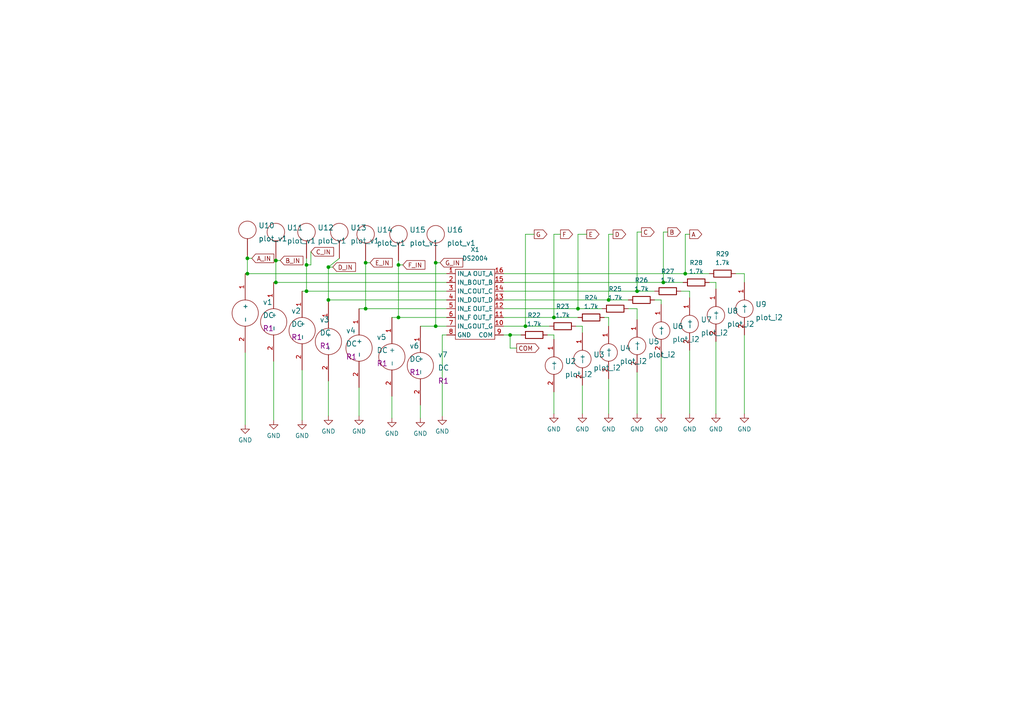
<source format=kicad_sch>
(kicad_sch (version 20211123) (generator eeschema)

  (uuid add8b1fd-83ae-4050-9993-d95f022cf2b2)

  (paper "A4")

  (lib_symbols
    (symbol "eSim_Devices:resistor" (pin_numbers hide) (pin_names (offset 0)) (in_bom yes) (on_board yes)
      (property "Reference" "R" (id 0) (at 1.27 3.302 0)
        (effects (font (size 1.27 1.27)))
      )
      (property "Value" "resistor" (id 1) (at 1.27 -1.27 0)
        (effects (font (size 1.27 1.27)))
      )
      (property "Footprint" "" (id 2) (at 1.27 -0.508 0)
        (effects (font (size 0.762 0.762)))
      )
      (property "Datasheet" "" (id 3) (at 1.27 1.27 90)
        (effects (font (size 0.762 0.762)))
      )
      (property "ki_fp_filters" "R_* Resistor_*" (id 4) (at 0 0 0)
        (effects (font (size 1.27 1.27)) hide)
      )
      (symbol "resistor_0_1"
        (rectangle (start 3.81 0.254) (end -1.27 2.286)
          (stroke (width 0.254) (type default) (color 0 0 0 0))
          (fill (type none))
        )
      )
      (symbol "resistor_1_1"
        (pin passive line (at -2.54 1.27 0) (length 1.27)
          (name "~" (effects (font (size 1.524 1.524))))
          (number "1" (effects (font (size 1.524 1.524))))
        )
        (pin passive line (at 5.08 1.27 180) (length 1.27)
          (name "~" (effects (font (size 1.524 1.524))))
          (number "2" (effects (font (size 1.524 1.524))))
        )
      )
    )
    (symbol "eSim_Plot:plot_i2" (pin_names (offset 1.016)) (in_bom yes) (on_board yes)
      (property "Reference" "U" (id 0) (at 0 10.16 0)
        (effects (font (size 1.524 1.524)))
      )
      (property "Value" "plot_i2" (id 1) (at 0 2.54 0)
        (effects (font (size 1.524 1.524)))
      )
      (property "Footprint" "" (id 2) (at 0 0 0)
        (effects (font (size 1.524 1.524)))
      )
      (property "Datasheet" "" (id 3) (at 0 0 0)
        (effects (font (size 1.524 1.524)))
      )
      (symbol "plot_i2_0_1"
        (circle (center 0 6.35) (radius 2.54)
          (stroke (width 0) (type default) (color 0 0 0 0))
          (fill (type none))
        )
      )
      (symbol "plot_i2_1_1"
        (pin input line (at -7.62 6.35 0) (length 5.08)
          (name "+" (effects (font (size 1.27 1.27))))
          (number "1" (effects (font (size 1.27 1.27))))
        )
        (pin input line (at 7.62 6.35 180) (length 5.08)
          (name "-" (effects (font (size 1.27 1.27))))
          (number "2" (effects (font (size 1.27 1.27))))
        )
      )
    )
    (symbol "eSim_Plot:plot_v1" (pin_names (offset 1.016)) (in_bom yes) (on_board yes)
      (property "Reference" "U" (id 0) (at 0 12.7 0)
        (effects (font (size 1.524 1.524)))
      )
      (property "Value" "plot_v1" (id 1) (at 5.08 8.89 0)
        (effects (font (size 1.524 1.524)))
      )
      (property "Footprint" "" (id 2) (at 0 0 0)
        (effects (font (size 1.524 1.524)))
      )
      (property "Datasheet" "" (id 3) (at 0 0 0)
        (effects (font (size 1.524 1.524)))
      )
      (symbol "plot_v1_0_1"
        (circle (center 0 12.7) (radius 2.54)
          (stroke (width 0) (type default) (color 0 0 0 0))
          (fill (type none))
        )
      )
      (symbol "plot_v1_1_1"
        (pin input line (at 0 5.08 90) (length 5.08)
          (name "~" (effects (font (size 1.27 1.27))))
          (number "~" (effects (font (size 1.27 1.27))))
        )
      )
    )
    (symbol "eSim_Power:eSim_GND" (power) (pin_names (offset 0)) (in_bom yes) (on_board yes)
      (property "Reference" "#PWR" (id 0) (at 0 -6.35 0)
        (effects (font (size 1.27 1.27)) hide)
      )
      (property "Value" "eSim_GND" (id 1) (at 0 -3.81 0)
        (effects (font (size 1.27 1.27)))
      )
      (property "Footprint" "" (id 2) (at 0 0 0)
        (effects (font (size 1.27 1.27)) hide)
      )
      (property "Datasheet" "" (id 3) (at 0 0 0)
        (effects (font (size 1.27 1.27)) hide)
      )
      (symbol "eSim_GND_0_1"
        (polyline
          (pts
            (xy 0 0)
            (xy 0 -1.27)
            (xy 1.27 -1.27)
            (xy 0 -2.54)
            (xy -1.27 -1.27)
            (xy 0 -1.27)
          )
          (stroke (width 0) (type default) (color 0 0 0 0))
          (fill (type none))
        )
      )
      (symbol "eSim_GND_1_1"
        (pin power_in line (at 0 0 270) (length 0) hide
          (name "GND" (effects (font (size 1.27 1.27))))
          (number "1" (effects (font (size 1.27 1.27))))
        )
      )
    )
    (symbol "eSim_Sources:DC" (pin_names (offset 1.016)) (in_bom yes) (on_board yes)
      (property "Reference" "v" (id 0) (at -5.08 2.54 0)
        (effects (font (size 1.524 1.524)))
      )
      (property "Value" "DC" (id 1) (at -5.08 -1.27 0)
        (effects (font (size 1.524 1.524)))
      )
      (property "Footprint" "R1" (id 2) (at -7.62 0 0)
        (effects (font (size 1.524 1.524)))
      )
      (property "Datasheet" "" (id 3) (at 0 0 0)
        (effects (font (size 1.524 1.524)))
      )
      (property "ki_fp_filters" "1_pin" (id 4) (at 0 0 0)
        (effects (font (size 1.27 1.27)) hide)
      )
      (symbol "DC_0_1"
        (circle (center 0 0) (radius 3.81)
          (stroke (width 0) (type default) (color 0 0 0 0))
          (fill (type none))
        )
      )
      (symbol "DC_1_1"
        (pin power_out line (at 0 11.43 270) (length 7.62)
          (name "+" (effects (font (size 1.27 1.27))))
          (number "1" (effects (font (size 1.27 1.27))))
        )
        (pin power_out line (at 0 -11.43 90) (length 7.62)
          (name "-" (effects (font (size 1.27 1.27))))
          (number "2" (effects (font (size 1.27 1.27))))
        )
      )
    )
    (symbol "eSim_Subckt:DS2004" (in_bom yes) (on_board yes)
      (property "Reference" "X" (id 0) (at 0 -11.43 0)
        (effects (font (size 1.27 1.27)))
      )
      (property "Value" "DS2004" (id 1) (at 0 10.16 0)
        (effects (font (size 1.27 1.27)))
      )
      (property "Footprint" "" (id 2) (at 0 0 0)
        (effects (font (size 1.27 1.27)) hide)
      )
      (property "Datasheet" "" (id 3) (at 0 0 0)
        (effects (font (size 1.27 1.27)) hide)
      )
      (symbol "DS2004_0_1"
        (rectangle (start -5.08 8.89) (end 6.35 -11.43)
          (stroke (width 0) (type default) (color 0 0 0 0))
          (fill (type none))
        )
      )
      (symbol "DS2004_1_1"
        (pin input line (at -7.62 7.62 0) (length 2.54)
          (name "IN_A" (effects (font (size 1.27 1.27))))
          (number "1" (effects (font (size 1.27 1.27))))
        )
        (pin output line (at 8.89 -7.62 180) (length 2.54)
          (name "OUT_G" (effects (font (size 1.27 1.27))))
          (number "10" (effects (font (size 1.27 1.27))))
        )
        (pin output line (at 8.89 -5.08 180) (length 2.54)
          (name "OUT_F" (effects (font (size 1.27 1.27))))
          (number "11" (effects (font (size 1.27 1.27))))
        )
        (pin output line (at 8.89 -2.54 180) (length 2.54)
          (name "OUT_E" (effects (font (size 1.27 1.27))))
          (number "12" (effects (font (size 1.27 1.27))))
        )
        (pin output line (at 8.89 0 180) (length 2.54)
          (name "OUT_D" (effects (font (size 1.27 1.27))))
          (number "13" (effects (font (size 1.27 1.27))))
        )
        (pin output line (at 8.89 2.54 180) (length 2.54)
          (name "OUT_C" (effects (font (size 1.27 1.27))))
          (number "14" (effects (font (size 1.27 1.27))))
        )
        (pin output line (at 8.89 5.08 180) (length 2.54)
          (name "OUT_B" (effects (font (size 1.27 1.27))))
          (number "15" (effects (font (size 1.27 1.27))))
        )
        (pin output line (at 8.89 7.62 180) (length 2.54)
          (name "OUT_A" (effects (font (size 1.27 1.27))))
          (number "16" (effects (font (size 1.27 1.27))))
        )
        (pin input line (at -7.62 5.08 0) (length 2.54)
          (name "IN_B" (effects (font (size 1.27 1.27))))
          (number "2" (effects (font (size 1.27 1.27))))
        )
        (pin input line (at -7.62 2.54 0) (length 2.54)
          (name "IN_C" (effects (font (size 1.27 1.27))))
          (number "3" (effects (font (size 1.27 1.27))))
        )
        (pin input line (at -7.62 0 0) (length 2.54)
          (name "IN_D" (effects (font (size 1.27 1.27))))
          (number "4" (effects (font (size 1.27 1.27))))
        )
        (pin input line (at -7.62 -2.54 0) (length 2.54)
          (name "IN_E" (effects (font (size 1.27 1.27))))
          (number "5" (effects (font (size 1.27 1.27))))
        )
        (pin input line (at -7.62 -5.08 0) (length 2.54)
          (name "IN_F" (effects (font (size 1.27 1.27))))
          (number "6" (effects (font (size 1.27 1.27))))
        )
        (pin input line (at -7.62 -7.62 0) (length 2.54)
          (name "IN_G" (effects (font (size 1.27 1.27))))
          (number "7" (effects (font (size 1.27 1.27))))
        )
        (pin input line (at -7.62 -10.16 0) (length 2.54)
          (name "GND" (effects (font (size 1.27 1.27))))
          (number "8" (effects (font (size 1.27 1.27))))
        )
        (pin output line (at 8.89 -10.16 180) (length 2.54)
          (name "COM" (effects (font (size 1.27 1.27))))
          (number "9" (effects (font (size 1.27 1.27))))
        )
      )
    )
  )


  (junction (at 106.045 76.2) (diameter 0) (color 0 0 0 0)
    (uuid 0661ad48-8792-4e61-9f50-02216960766b)
  )
  (junction (at 80.01 75.565) (diameter 0) (color 0 0 0 0)
    (uuid 0c651f2a-8613-4d0e-a960-12da7ce1675a)
  )
  (junction (at 88.9 84.455) (diameter 0) (color 0 0 0 0)
    (uuid 165d4e08-aa37-4b76-b55e-9b431c216fb3)
  )
  (junction (at 160.655 92.075) (diameter 0) (color 0 0 0 0)
    (uuid 2475427a-b5b5-4c0f-bc7f-6d3fdd507fbd)
  )
  (junction (at 95.25 86.995) (diameter 0) (color 0 0 0 0)
    (uuid 3270d739-ce2b-4cc2-b118-7a848258cf01)
  )
  (junction (at 115.57 92.075) (diameter 0) (color 0 0 0 0)
    (uuid 33ae3e11-873a-4166-97e7-199570202ec4)
  )
  (junction (at 106.045 89.535) (diameter 0) (color 0 0 0 0)
    (uuid 363e1836-3b1c-4964-9b30-8777766119db)
  )
  (junction (at 126.365 76.2) (diameter 0) (color 0 0 0 0)
    (uuid 552fb4b3-d2cb-4360-aba4-7fda07d5fa19)
  )
  (junction (at 80.01 81.915) (diameter 0) (color 0 0 0 0)
    (uuid 558bb6fe-07ec-4378-b9e9-ab6d891c86be)
  )
  (junction (at 147.955 97.155) (diameter 0) (color 0 0 0 0)
    (uuid 656e4a88-bf4b-44b3-9866-faa89adb9230)
  )
  (junction (at 71.755 79.375) (diameter 0) (color 0 0 0 0)
    (uuid 71860fcf-c1bb-4388-9114-a4f264c19337)
  )
  (junction (at 176.53 86.995) (diameter 0) (color 0 0 0 0)
    (uuid 75c9dd1c-9d5e-4082-8abf-e048917613a1)
  )
  (junction (at 95.25 77.47) (diameter 0) (color 0 0 0 0)
    (uuid 7707bf29-2000-4786-9c53-e2ee2446bd6a)
  )
  (junction (at 115.57 76.835) (diameter 0) (color 0 0 0 0)
    (uuid 7fd5f2d3-b41d-408f-853a-fbde81d98302)
  )
  (junction (at 126.365 94.615) (diameter 0) (color 0 0 0 0)
    (uuid 8b48f18a-bf54-4658-a3af-5379b3019704)
  )
  (junction (at 152.4 94.615) (diameter 0) (color 0 0 0 0)
    (uuid 8c494441-5c0d-4da6-8ab6-7f56972d8ed9)
  )
  (junction (at 88.9 76.835) (diameter 0) (color 0 0 0 0)
    (uuid a7d6631c-fae7-4422-9929-124bb753c7e5)
  )
  (junction (at 184.785 84.455) (diameter 0) (color 0 0 0 0)
    (uuid b312b751-801b-456c-949d-1a0de7dbdfad)
  )
  (junction (at 167.64 89.535) (diameter 0) (color 0 0 0 0)
    (uuid bbd96ee0-7a5f-4887-b0f4-4c96d8214e3f)
  )
  (junction (at 71.755 74.93) (diameter 0) (color 0 0 0 0)
    (uuid beb756f0-7bfd-4abd-bef2-5dd493bd2d03)
  )
  (junction (at 192.405 81.915) (diameter 0) (color 0 0 0 0)
    (uuid cd6cb254-d86b-42cf-8bfc-70d1473058f6)
  )
  (junction (at 198.755 79.375) (diameter 0) (color 0 0 0 0)
    (uuid f726973f-bcf9-4a5b-b286-a17b7d318f2e)
  )

  (wire (pts (xy 162.56 67.945) (xy 160.655 67.945))
    (stroke (width 0) (type default) (color 0 0 0 0))
    (uuid 02af74e9-404c-46cc-9fef-8fb787b83910)
  )
  (wire (pts (xy 184.785 89.535) (xy 184.785 92.71))
    (stroke (width 0) (type default) (color 0 0 0 0))
    (uuid 03656861-644f-46da-acb4-d1da9ca3e1d2)
  )
  (wire (pts (xy 167.64 89.535) (xy 174.625 89.535))
    (stroke (width 0) (type default) (color 0 0 0 0))
    (uuid 05793f8b-28ae-4a2a-8f54-a11fc07c73c2)
  )
  (wire (pts (xy 115.57 76.835) (xy 115.57 92.075))
    (stroke (width 0) (type default) (color 0 0 0 0))
    (uuid 09f53ec7-f908-4ffd-a171-db8d035ad4a7)
  )
  (wire (pts (xy 152.4 94.615) (xy 159.385 94.615))
    (stroke (width 0) (type default) (color 0 0 0 0))
    (uuid 0c2c179e-b76c-44c3-bc6a-6ad2c3f26b6f)
  )
  (wire (pts (xy 176.53 67.945) (xy 176.53 86.995))
    (stroke (width 0) (type default) (color 0 0 0 0))
    (uuid 0e2c1048-951c-4179-b7ac-35273f652113)
  )
  (wire (pts (xy 191.77 103.505) (xy 191.77 120.015))
    (stroke (width 0) (type default) (color 0 0 0 0))
    (uuid 15583729-2988-4859-a96e-b37a855d4ad7)
  )
  (wire (pts (xy 95.25 110.49) (xy 95.25 120.65))
    (stroke (width 0) (type default) (color 0 0 0 0))
    (uuid 166cec8c-8db9-48e9-9bda-98f9e4d18f17)
  )
  (wire (pts (xy 182.245 89.535) (xy 184.785 89.535))
    (stroke (width 0) (type default) (color 0 0 0 0))
    (uuid 171cbf13-afb0-4f68-b3c3-137c81d276d9)
  )
  (wire (pts (xy 106.045 75.565) (xy 106.045 76.2))
    (stroke (width 0) (type default) (color 0 0 0 0))
    (uuid 19793ea5-fc23-41a9-910e-6479b279c6cc)
  )
  (wire (pts (xy 146.05 92.075) (xy 160.655 92.075))
    (stroke (width 0) (type default) (color 0 0 0 0))
    (uuid 1c0219a7-ed3e-4e5b-880d-8498746a9acd)
  )
  (wire (pts (xy 176.53 92.075) (xy 176.53 94.615))
    (stroke (width 0) (type default) (color 0 0 0 0))
    (uuid 23ddfd35-f2e3-4e52-98a8-6870be69b933)
  )
  (wire (pts (xy 198.755 67.945) (xy 198.755 79.375))
    (stroke (width 0) (type default) (color 0 0 0 0))
    (uuid 241b8316-4366-41d4-814c-98f6c20ba4f8)
  )
  (wire (pts (xy 80.01 75.565) (xy 81.28 75.565))
    (stroke (width 0) (type default) (color 0 0 0 0))
    (uuid 26becd90-3dbb-48a3-ad36-a95a2074ea73)
  )
  (wire (pts (xy 197.485 84.455) (xy 200.025 84.455))
    (stroke (width 0) (type default) (color 0 0 0 0))
    (uuid 276cca3a-3e3f-4969-a481-2f6b62a44040)
  )
  (wire (pts (xy 207.645 81.915) (xy 207.645 83.82))
    (stroke (width 0) (type default) (color 0 0 0 0))
    (uuid 27815b0e-383a-4dd9-a837-f8e5200898c7)
  )
  (wire (pts (xy 149.86 100.965) (xy 147.955 100.965))
    (stroke (width 0) (type default) (color 0 0 0 0))
    (uuid 2c391a85-9fdc-4bca-bc47-555e97be4b36)
  )
  (wire (pts (xy 184.785 67.31) (xy 184.785 84.455))
    (stroke (width 0) (type default) (color 0 0 0 0))
    (uuid 2dd33395-8b36-43b6-bc9f-3783eb69646c)
  )
  (wire (pts (xy 104.14 89.535) (xy 106.045 89.535))
    (stroke (width 0) (type default) (color 0 0 0 0))
    (uuid 2e00a84f-ec1e-4b94-921d-ced2f4ffc7c5)
  )
  (wire (pts (xy 79.375 81.915) (xy 80.01 81.915))
    (stroke (width 0) (type default) (color 0 0 0 0))
    (uuid 397479b1-fae2-4d63-aaee-42f57524126b)
  )
  (wire (pts (xy 106.045 76.2) (xy 107.315 76.2))
    (stroke (width 0) (type default) (color 0 0 0 0))
    (uuid 3a8c19e6-cae3-48d3-bbf3-1fd1aefea5c2)
  )
  (wire (pts (xy 95.25 77.47) (xy 95.25 86.995))
    (stroke (width 0) (type default) (color 0 0 0 0))
    (uuid 3ccc9f20-7132-4d95-a61e-505cc6a7169d)
  )
  (wire (pts (xy 146.05 89.535) (xy 167.64 89.535))
    (stroke (width 0) (type default) (color 0 0 0 0))
    (uuid 403a68cc-622c-4f92-89e9-575b47cd3114)
  )
  (wire (pts (xy 95.25 77.47) (xy 96.52 77.47))
    (stroke (width 0) (type default) (color 0 0 0 0))
    (uuid 406494ef-c112-4b4e-b75a-09956b603e2b)
  )
  (wire (pts (xy 168.91 111.76) (xy 168.91 120.015))
    (stroke (width 0) (type default) (color 0 0 0 0))
    (uuid 41694437-ac92-4128-ab6e-14856662fd71)
  )
  (wire (pts (xy 207.645 99.06) (xy 207.645 120.015))
    (stroke (width 0) (type default) (color 0 0 0 0))
    (uuid 416b7077-5657-436e-99e8-3b5c571da38a)
  )
  (wire (pts (xy 184.785 84.455) (xy 189.865 84.455))
    (stroke (width 0) (type default) (color 0 0 0 0))
    (uuid 41bfd917-a8c4-40ce-8b1d-9a6e3b4a67c5)
  )
  (wire (pts (xy 113.665 92.075) (xy 115.57 92.075))
    (stroke (width 0) (type default) (color 0 0 0 0))
    (uuid 41e4458c-6a71-401f-a6f3-e72ccc2917ec)
  )
  (wire (pts (xy 79.375 104.775) (xy 79.375 121.92))
    (stroke (width 0) (type default) (color 0 0 0 0))
    (uuid 42d3f4b6-27ca-4b12-a9eb-9a3ddb28a3de)
  )
  (wire (pts (xy 95.25 87.63) (xy 95.25 86.995))
    (stroke (width 0) (type default) (color 0 0 0 0))
    (uuid 46f780a7-b4d5-4ac4-b45d-6ec0d4a27672)
  )
  (wire (pts (xy 160.655 67.945) (xy 160.655 92.075))
    (stroke (width 0) (type default) (color 0 0 0 0))
    (uuid 47d22f49-4f01-4397-a67b-329d59f1244d)
  )
  (wire (pts (xy 158.75 97.155) (xy 160.655 97.155))
    (stroke (width 0) (type default) (color 0 0 0 0))
    (uuid 4b5f318f-eaeb-492a-b8ee-3dee718e08f1)
  )
  (wire (pts (xy 176.53 109.855) (xy 176.53 120.015))
    (stroke (width 0) (type default) (color 0 0 0 0))
    (uuid 4daeb0ae-967a-40ed-aa00-3e0d68fae3ce)
  )
  (wire (pts (xy 71.12 79.375) (xy 71.755 79.375))
    (stroke (width 0) (type default) (color 0 0 0 0))
    (uuid 5291ffc9-56f4-41c9-9692-7269cc199aed)
  )
  (wire (pts (xy 191.77 86.995) (xy 191.77 88.265))
    (stroke (width 0) (type default) (color 0 0 0 0))
    (uuid 52e49bb2-8bad-43bf-8c2a-beb84eac8fac)
  )
  (wire (pts (xy 115.57 75.565) (xy 115.57 76.835))
    (stroke (width 0) (type default) (color 0 0 0 0))
    (uuid 5a934f8c-accc-47a5-8490-a0cbfa638e92)
  )
  (wire (pts (xy 113.665 114.935) (xy 113.665 121.285))
    (stroke (width 0) (type default) (color 0 0 0 0))
    (uuid 62a266da-5765-4791-8b62-e68f1f826655)
  )
  (wire (pts (xy 152.4 67.945) (xy 152.4 94.615))
    (stroke (width 0) (type default) (color 0 0 0 0))
    (uuid 64ad494f-c272-4909-a778-67a187c9160f)
  )
  (wire (pts (xy 200.025 101.6) (xy 200.025 120.015))
    (stroke (width 0) (type default) (color 0 0 0 0))
    (uuid 6a3de4f7-39f0-4d5a-b3bf-0f974a636eaf)
  )
  (wire (pts (xy 175.26 92.075) (xy 176.53 92.075))
    (stroke (width 0) (type default) (color 0 0 0 0))
    (uuid 6d1c3353-96ad-42d0-beb7-64aa0726cdb0)
  )
  (wire (pts (xy 87.63 107.315) (xy 87.63 121.92))
    (stroke (width 0) (type default) (color 0 0 0 0))
    (uuid 6da8e21e-3e6f-441b-927b-57f92dd98330)
  )
  (wire (pts (xy 192.405 67.31) (xy 192.405 81.915))
    (stroke (width 0) (type default) (color 0 0 0 0))
    (uuid 6db47e83-02ad-452c-9ef0-5b26fbe5d6f0)
  )
  (wire (pts (xy 215.9 97.155) (xy 215.9 120.015))
    (stroke (width 0) (type default) (color 0 0 0 0))
    (uuid 6dc1a604-edef-4119-b673-e2cbf71aed8b)
  )
  (wire (pts (xy 128.27 97.155) (xy 129.54 97.155))
    (stroke (width 0) (type default) (color 0 0 0 0))
    (uuid 70b1c167-e4d1-4569-a707-3d42cc2a343a)
  )
  (wire (pts (xy 71.755 74.93) (xy 73.025 74.93))
    (stroke (width 0) (type default) (color 0 0 0 0))
    (uuid 7323c532-5d19-4b7e-848b-15e45881b1f6)
  )
  (wire (pts (xy 146.05 94.615) (xy 152.4 94.615))
    (stroke (width 0) (type default) (color 0 0 0 0))
    (uuid 73f7a054-49f5-4f55-a463-933d757c8404)
  )
  (wire (pts (xy 160.655 92.075) (xy 167.64 92.075))
    (stroke (width 0) (type default) (color 0 0 0 0))
    (uuid 77f5e76c-a0d2-444c-aed3-c8f46e193cf9)
  )
  (wire (pts (xy 88.9 84.455) (xy 129.54 84.455))
    (stroke (width 0) (type default) (color 0 0 0 0))
    (uuid 790d8149-02cf-4f9b-8e30-8080689671d2)
  )
  (wire (pts (xy 80.01 75.565) (xy 80.01 81.915))
    (stroke (width 0) (type default) (color 0 0 0 0))
    (uuid 825929a3-70bc-47e6-bb5f-9cc5f8255829)
  )
  (wire (pts (xy 146.05 86.995) (xy 176.53 86.995))
    (stroke (width 0) (type default) (color 0 0 0 0))
    (uuid 86ddc961-b8fe-4bc7-bbc0-0d63db0a7378)
  )
  (wire (pts (xy 115.57 76.835) (xy 116.84 76.835))
    (stroke (width 0) (type default) (color 0 0 0 0))
    (uuid 8824983d-a824-43b8-a821-a2fc3ba2d6cc)
  )
  (wire (pts (xy 154.94 67.945) (xy 152.4 67.945))
    (stroke (width 0) (type default) (color 0 0 0 0))
    (uuid 8a71dde8-ceda-42c1-95b8-71cdbb8538d5)
  )
  (wire (pts (xy 90.17 73.025) (xy 90.17 76.835))
    (stroke (width 0) (type default) (color 0 0 0 0))
    (uuid 8a9489c6-04d9-40df-8554-3419351490bf)
  )
  (wire (pts (xy 170.18 67.945) (xy 167.64 67.945))
    (stroke (width 0) (type default) (color 0 0 0 0))
    (uuid 917e0258-b33c-4c17-b81e-2856881dc1e3)
  )
  (wire (pts (xy 121.92 94.615) (xy 126.365 94.615))
    (stroke (width 0) (type default) (color 0 0 0 0))
    (uuid 930603ac-0531-4feb-b55b-5d67206693e0)
  )
  (wire (pts (xy 200.025 84.455) (xy 200.025 86.36))
    (stroke (width 0) (type default) (color 0 0 0 0))
    (uuid a29bd6ce-3d18-4751-b267-ffb630db1079)
  )
  (wire (pts (xy 95.25 86.995) (xy 129.54 86.995))
    (stroke (width 0) (type default) (color 0 0 0 0))
    (uuid a2bac760-d022-43d6-aea1-5b9a03a245ad)
  )
  (wire (pts (xy 160.655 97.155) (xy 160.655 98.425))
    (stroke (width 0) (type default) (color 0 0 0 0))
    (uuid a2d9bb09-afba-48ba-b314-16156a9a79a5)
  )
  (wire (pts (xy 88.9 76.835) (xy 88.9 84.455))
    (stroke (width 0) (type default) (color 0 0 0 0))
    (uuid a3958b14-66cb-4f5e-943e-80f5459cff69)
  )
  (wire (pts (xy 167.005 94.615) (xy 168.91 94.615))
    (stroke (width 0) (type default) (color 0 0 0 0))
    (uuid a511ef11-0353-428e-b296-a60ab8d3527a)
  )
  (wire (pts (xy 126.365 75.565) (xy 126.365 76.2))
    (stroke (width 0) (type default) (color 0 0 0 0))
    (uuid a61c92f9-0757-4509-8bc5-03d493095776)
  )
  (wire (pts (xy 104.14 112.395) (xy 104.14 120.65))
    (stroke (width 0) (type default) (color 0 0 0 0))
    (uuid a81dfcaf-70bf-40c2-bff7-9460b97741df)
  )
  (wire (pts (xy 205.74 81.915) (xy 207.645 81.915))
    (stroke (width 0) (type default) (color 0 0 0 0))
    (uuid a9cd09af-492d-4b7a-99f0-3ec905886d4d)
  )
  (wire (pts (xy 71.755 74.93) (xy 71.755 79.375))
    (stroke (width 0) (type default) (color 0 0 0 0))
    (uuid af2930b4-4b18-424b-9085-05566c79c854)
  )
  (wire (pts (xy 71.12 102.235) (xy 71.12 123.19))
    (stroke (width 0) (type default) (color 0 0 0 0))
    (uuid af5e80c7-a0df-44ac-84a5-7e1539da7705)
  )
  (wire (pts (xy 71.755 74.295) (xy 71.755 74.93))
    (stroke (width 0) (type default) (color 0 0 0 0))
    (uuid b139ebc6-2baf-4c0d-90c0-fad79190d8f8)
  )
  (wire (pts (xy 80.01 81.915) (xy 129.54 81.915))
    (stroke (width 0) (type default) (color 0 0 0 0))
    (uuid b2b0d8db-d289-4727-bbec-7dbf954be53e)
  )
  (wire (pts (xy 88.9 76.835) (xy 90.17 76.835))
    (stroke (width 0) (type default) (color 0 0 0 0))
    (uuid b3faea3b-ec1e-4176-a8a6-ea4f3d34f98a)
  )
  (wire (pts (xy 160.655 113.665) (xy 160.655 120.015))
    (stroke (width 0) (type default) (color 0 0 0 0))
    (uuid b421442d-1c52-4cb0-920d-01891eaf7012)
  )
  (wire (pts (xy 146.05 84.455) (xy 184.785 84.455))
    (stroke (width 0) (type default) (color 0 0 0 0))
    (uuid b4c1a712-3d6b-447f-a61f-378d74384493)
  )
  (wire (pts (xy 177.8 67.945) (xy 176.53 67.945))
    (stroke (width 0) (type default) (color 0 0 0 0))
    (uuid bc9424f8-1c5c-4685-bc31-cdad1c75b63e)
  )
  (wire (pts (xy 215.9 79.375) (xy 215.9 81.915))
    (stroke (width 0) (type default) (color 0 0 0 0))
    (uuid c03d290f-a6c7-4855-8e6b-7b4197777747)
  )
  (wire (pts (xy 186.055 67.31) (xy 184.785 67.31))
    (stroke (width 0) (type default) (color 0 0 0 0))
    (uuid c072053e-92f2-4534-b721-deed132f4bb7)
  )
  (wire (pts (xy 147.955 97.155) (xy 151.13 97.155))
    (stroke (width 0) (type default) (color 0 0 0 0))
    (uuid c2701794-edf5-4cec-b1d5-1489d00f8c56)
  )
  (wire (pts (xy 106.045 89.535) (xy 129.54 89.535))
    (stroke (width 0) (type default) (color 0 0 0 0))
    (uuid c62bad5f-e900-447e-949f-218f3fb7480e)
  )
  (wire (pts (xy 71.755 79.375) (xy 129.54 79.375))
    (stroke (width 0) (type default) (color 0 0 0 0))
    (uuid c708c2f5-65b6-4a22-81b7-2d2e82283e7e)
  )
  (wire (pts (xy 193.675 67.31) (xy 192.405 67.31))
    (stroke (width 0) (type default) (color 0 0 0 0))
    (uuid c7daaa2f-8cf9-442a-9127-6cea262bc0f7)
  )
  (wire (pts (xy 87.63 84.455) (xy 88.9 84.455))
    (stroke (width 0) (type default) (color 0 0 0 0))
    (uuid c9ec3797-525d-444a-8914-a4883a2695ac)
  )
  (wire (pts (xy 98.425 74.93) (xy 95.25 77.47))
    (stroke (width 0) (type default) (color 0 0 0 0))
    (uuid c9ed1a4e-2c62-418a-bba8-954774bc7b0a)
  )
  (wire (pts (xy 192.405 81.915) (xy 198.12 81.915))
    (stroke (width 0) (type default) (color 0 0 0 0))
    (uuid cb4f16bf-7017-43ce-a55a-713d82f45c4d)
  )
  (wire (pts (xy 126.365 76.2) (xy 126.365 94.615))
    (stroke (width 0) (type default) (color 0 0 0 0))
    (uuid d015ec6d-218a-4197-b403-0d238ffd3c93)
  )
  (wire (pts (xy 88.9 74.93) (xy 88.9 76.835))
    (stroke (width 0) (type default) (color 0 0 0 0))
    (uuid d17e1742-da5f-4353-9474-c9dd557eff18)
  )
  (wire (pts (xy 167.64 67.945) (xy 167.64 89.535))
    (stroke (width 0) (type default) (color 0 0 0 0))
    (uuid d272c78f-9649-4bf1-8c63-d62cf3fba680)
  )
  (wire (pts (xy 128.27 120.65) (xy 128.27 97.155))
    (stroke (width 0) (type default) (color 0 0 0 0))
    (uuid d7274f4b-30a3-41ac-8ac5-b683a7403ce1)
  )
  (wire (pts (xy 198.755 79.375) (xy 205.74 79.375))
    (stroke (width 0) (type default) (color 0 0 0 0))
    (uuid d8e6b9a5-0949-4c43-bc21-fc8b981b6c5d)
  )
  (wire (pts (xy 146.05 81.915) (xy 192.405 81.915))
    (stroke (width 0) (type default) (color 0 0 0 0))
    (uuid d938d2d8-97cd-4e18-83e1-e847f27dcb04)
  )
  (wire (pts (xy 146.05 97.155) (xy 147.955 97.155))
    (stroke (width 0) (type default) (color 0 0 0 0))
    (uuid d96811a6-8fd3-4a54-99de-7af0e4e03f7f)
  )
  (wire (pts (xy 126.365 94.615) (xy 129.54 94.615))
    (stroke (width 0) (type default) (color 0 0 0 0))
    (uuid dae69c5e-534f-41bb-aa72-652c9753df16)
  )
  (wire (pts (xy 184.785 107.95) (xy 184.785 120.015))
    (stroke (width 0) (type default) (color 0 0 0 0))
    (uuid db8bf031-81c2-4e9a-a2d2-a52b2769b5b4)
  )
  (wire (pts (xy 200.025 67.945) (xy 198.755 67.945))
    (stroke (width 0) (type default) (color 0 0 0 0))
    (uuid dc78beab-55f5-44b7-878b-d350f043d516)
  )
  (wire (pts (xy 176.53 86.995) (xy 182.245 86.995))
    (stroke (width 0) (type default) (color 0 0 0 0))
    (uuid de5eed12-3c10-4d49-8079-04d8195f62a6)
  )
  (wire (pts (xy 189.865 86.995) (xy 191.77 86.995))
    (stroke (width 0) (type default) (color 0 0 0 0))
    (uuid e09152cb-b11c-423e-a8c7-eac16122858a)
  )
  (wire (pts (xy 147.955 100.965) (xy 147.955 97.155))
    (stroke (width 0) (type default) (color 0 0 0 0))
    (uuid e1de1b47-aa31-49fd-a134-b34016d92298)
  )
  (wire (pts (xy 213.36 79.375) (xy 215.9 79.375))
    (stroke (width 0) (type default) (color 0 0 0 0))
    (uuid e6f29a87-6d62-43ab-a1e4-2421818b11f6)
  )
  (wire (pts (xy 126.365 76.2) (xy 127.635 76.2))
    (stroke (width 0) (type default) (color 0 0 0 0))
    (uuid e7e98dec-b2d7-4925-ba17-cfd6eba884cd)
  )
  (wire (pts (xy 115.57 92.075) (xy 129.54 92.075))
    (stroke (width 0) (type default) (color 0 0 0 0))
    (uuid ea42d2d1-03e9-4f04-be98-859c674f6cb3)
  )
  (wire (pts (xy 121.92 117.475) (xy 121.92 121.285))
    (stroke (width 0) (type default) (color 0 0 0 0))
    (uuid ed68c8b5-5f3a-4128-8644-70aecaef41bc)
  )
  (wire (pts (xy 168.91 94.615) (xy 168.91 96.52))
    (stroke (width 0) (type default) (color 0 0 0 0))
    (uuid f3479b06-6b50-4bb8-a820-6cbd2e185f02)
  )
  (wire (pts (xy 106.045 76.2) (xy 106.045 89.535))
    (stroke (width 0) (type default) (color 0 0 0 0))
    (uuid f3845042-d14c-48f3-89e5-62bf7181728c)
  )
  (wire (pts (xy 80.01 74.93) (xy 80.01 75.565))
    (stroke (width 0) (type default) (color 0 0 0 0))
    (uuid f8b34cbc-08ba-472b-b0d1-58ac4185fb8f)
  )
  (wire (pts (xy 146.05 79.375) (xy 198.755 79.375))
    (stroke (width 0) (type default) (color 0 0 0 0))
    (uuid fd83737e-deff-4b28-9777-b44b92c8c69c)
  )

  (global_label "B_IN" (shape input) (at 81.28 75.565 0) (fields_autoplaced)
    (effects (font (size 1.27 1.27)) (justify left))
    (uuid 00e754c6-cf6a-4b94-90b1-0a06b9d953b0)
    (property "Intersheet References" "${INTERSHEET_REFS}" (id 0) (at 87.866 75.4856 0)
      (effects (font (size 1.27 1.27)) (justify left) hide)
    )
  )
  (global_label "B" (shape output) (at 193.675 67.31 0) (fields_autoplaced)
    (effects (font (size 1.27 1.27)) (justify left))
    (uuid 09f22d06-e001-4519-a631-7e1cd2dd9938)
    (property "Intersheet References" "${INTERSHEET_REFS}" (id 0) (at 197.3581 67.2306 0)
      (effects (font (size 1.27 1.27)) (justify left) hide)
    )
  )
  (global_label "A_IN" (shape input) (at 73.025 74.93 0) (fields_autoplaced)
    (effects (font (size 1.27 1.27)) (justify left))
    (uuid 2f5119b7-e8b0-4ec9-a5a0-5f809f9f4d7f)
    (property "Intersheet References" "${INTERSHEET_REFS}" (id 0) (at 79.4295 74.8506 0)
      (effects (font (size 1.27 1.27)) (justify left) hide)
    )
  )
  (global_label "C" (shape output) (at 186.055 67.31 0) (fields_autoplaced)
    (effects (font (size 1.27 1.27)) (justify left))
    (uuid 3d37a165-78f2-40e2-8bec-6b0215ba70f9)
    (property "Intersheet References" "${INTERSHEET_REFS}" (id 0) (at 189.7381 67.2306 0)
      (effects (font (size 1.27 1.27)) (justify left) hide)
    )
  )
  (global_label "F_IN" (shape input) (at 116.84 76.835 0) (fields_autoplaced)
    (effects (font (size 1.27 1.27)) (justify left))
    (uuid 4aaf71e7-6715-44da-a765-b86d025953be)
    (property "Intersheet References" "${INTERSHEET_REFS}" (id 0) (at 123.2445 76.7556 0)
      (effects (font (size 1.27 1.27)) (justify left) hide)
    )
  )
  (global_label "A" (shape output) (at 200.025 67.945 0) (fields_autoplaced)
    (effects (font (size 1.27 1.27)) (justify left))
    (uuid 695a960f-f052-4dc8-be5f-e2270f173c3d)
    (property "Intersheet References" "${INTERSHEET_REFS}" (id 0) (at 203.5267 67.8656 0)
      (effects (font (size 1.27 1.27)) (justify left) hide)
    )
  )
  (global_label "G" (shape output) (at 154.94 67.945 0) (fields_autoplaced)
    (effects (font (size 1.27 1.27)) (justify left))
    (uuid 6b6ff5e4-f8af-47fd-b006-37ad81b3207d)
    (property "Intersheet References" "${INTERSHEET_REFS}" (id 0) (at 158.6231 67.8656 0)
      (effects (font (size 1.27 1.27)) (justify left) hide)
    )
  )
  (global_label "F" (shape output) (at 162.56 67.945 0) (fields_autoplaced)
    (effects (font (size 1.27 1.27)) (justify left))
    (uuid 6b90020c-6393-4c82-8dbb-481427b47f33)
    (property "Intersheet References" "${INTERSHEET_REFS}" (id 0) (at 166.0617 67.8656 0)
      (effects (font (size 1.27 1.27)) (justify left) hide)
    )
  )
  (global_label "E" (shape output) (at 170.18 67.945 0) (fields_autoplaced)
    (effects (font (size 1.27 1.27)) (justify left))
    (uuid 7126b1ce-4675-43b8-a810-d36b8d37d477)
    (property "Intersheet References" "${INTERSHEET_REFS}" (id 0) (at 173.7421 67.8656 0)
      (effects (font (size 1.27 1.27)) (justify left) hide)
    )
  )
  (global_label "C_IN" (shape input) (at 90.17 73.025 0) (fields_autoplaced)
    (effects (font (size 1.27 1.27)) (justify left))
    (uuid 8c1b6239-f6fd-4066-893f-34ed946a5d29)
    (property "Intersheet References" "${INTERSHEET_REFS}" (id 0) (at 96.756 72.9456 0)
      (effects (font (size 1.27 1.27)) (justify left) hide)
    )
  )
  (global_label "D_IN" (shape input) (at 96.52 77.47 0) (fields_autoplaced)
    (effects (font (size 1.27 1.27)) (justify left))
    (uuid 9504c333-9212-42bc-afbd-138e7e1237ac)
    (property "Intersheet References" "${INTERSHEET_REFS}" (id 0) (at 103.106 77.3906 0)
      (effects (font (size 1.27 1.27)) (justify left) hide)
    )
  )
  (global_label "G_IN" (shape input) (at 127.635 76.2 0) (fields_autoplaced)
    (effects (font (size 1.27 1.27)) (justify left))
    (uuid 9a32285d-db74-47cf-9fbe-e7bbf84046aa)
    (property "Intersheet References" "${INTERSHEET_REFS}" (id 0) (at 134.221 76.1206 0)
      (effects (font (size 1.27 1.27)) (justify left) hide)
    )
  )
  (global_label "D" (shape output) (at 177.8 67.945 0) (fields_autoplaced)
    (effects (font (size 1.27 1.27)) (justify left))
    (uuid cc034b58-f6c0-4617-88ca-cd51c5e73e19)
    (property "Intersheet References" "${INTERSHEET_REFS}" (id 0) (at 181.4831 67.8656 0)
      (effects (font (size 1.27 1.27)) (justify left) hide)
    )
  )
  (global_label "COM" (shape output) (at 149.86 100.965 0) (fields_autoplaced)
    (effects (font (size 1.27 1.27)) (justify left))
    (uuid d7a46312-1e8b-4621-918b-11bf35510a57)
    (property "Intersheet References" "${INTERSHEET_REFS}" (id 0) (at 156.325 100.8856 0)
      (effects (font (size 1.27 1.27)) (justify left) hide)
    )
  )
  (global_label "E_IN" (shape input) (at 107.315 76.2 0) (fields_autoplaced)
    (effects (font (size 1.27 1.27)) (justify left))
    (uuid eae9a0e5-c282-45e6-8495-552a8452e047)
    (property "Intersheet References" "${INTERSHEET_REFS}" (id 0) (at 113.78 76.1206 0)
      (effects (font (size 1.27 1.27)) (justify left) hide)
    )
  )

  (symbol (lib_id "eSim_Plot:plot_v1") (at 126.365 80.645 0) (unit 1)
    (in_bom yes) (on_board yes) (fields_autoplaced)
    (uuid 01d41936-7257-4b7b-8a28-4ef56e3a6d82)
    (property "Reference" "U16" (id 0) (at 129.54 66.675 0)
      (effects (font (size 1.524 1.524)) (justify left))
    )
    (property "Value" "plot_v1" (id 1) (at 129.54 70.485 0)
      (effects (font (size 1.524 1.524)) (justify left))
    )
    (property "Footprint" "" (id 2) (at 126.365 80.645 0)
      (effects (font (size 1.524 1.524)))
    )
    (property "Datasheet" "" (id 3) (at 126.365 80.645 0)
      (effects (font (size 1.524 1.524)))
    )
    (pin "~" (uuid 7b1c7bf0-5985-48f6-829e-d71307761fc9))
  )

  (symbol (lib_id "eSim_Power:eSim_GND") (at 184.785 120.015 0) (unit 1)
    (in_bom yes) (on_board yes) (fields_autoplaced)
    (uuid 04870ea2-ae37-4b0c-89dd-6ff718ead7ed)
    (property "Reference" "#PWR012" (id 0) (at 184.785 126.365 0)
      (effects (font (size 1.27 1.27)) hide)
    )
    (property "Value" "eSim_GND" (id 1) (at 184.785 124.46 0))
    (property "Footprint" "" (id 2) (at 184.785 120.015 0)
      (effects (font (size 1.27 1.27)) hide)
    )
    (property "Datasheet" "" (id 3) (at 184.785 120.015 0)
      (effects (font (size 1.27 1.27)) hide)
    )
    (pin "1" (uuid 2049ef5f-832a-43e6-8782-a504aa1ed186))
  )

  (symbol (lib_id "eSim_Power:eSim_GND") (at 104.14 120.65 0) (unit 1)
    (in_bom yes) (on_board yes) (fields_autoplaced)
    (uuid 0fe7d783-2ecc-4245-ae3f-08c0a9cb3eb6)
    (property "Reference" "#PWR05" (id 0) (at 104.14 127 0)
      (effects (font (size 1.27 1.27)) hide)
    )
    (property "Value" "eSim_GND" (id 1) (at 104.14 125.095 0))
    (property "Footprint" "" (id 2) (at 104.14 120.65 0)
      (effects (font (size 1.27 1.27)) hide)
    )
    (property "Datasheet" "" (id 3) (at 104.14 120.65 0)
      (effects (font (size 1.27 1.27)) hide)
    )
    (pin "1" (uuid 1737e506-5645-4fb3-ab45-187d2efa6ca0))
  )

  (symbol (lib_id "eSim_Sources:DC") (at 113.665 103.505 0) (unit 1)
    (in_bom yes) (on_board yes) (fields_autoplaced)
    (uuid 196f8ff1-25f8-4fd0-854e-fd590b974442)
    (property "Reference" "v6" (id 0) (at 118.745 100.33 0)
      (effects (font (size 1.524 1.524)) (justify left))
    )
    (property "Value" "DC" (id 1) (at 118.745 104.14 0)
      (effects (font (size 1.524 1.524)) (justify left))
    )
    (property "Footprint" "R1" (id 2) (at 118.745 107.95 0)
      (effects (font (size 1.524 1.524)) (justify left))
    )
    (property "Datasheet" "" (id 3) (at 113.665 103.505 0)
      (effects (font (size 1.524 1.524)))
    )
    (pin "1" (uuid 28a42ce9-9bbc-483a-9afa-363f5ebc65aa))
    (pin "2" (uuid ea8ce51e-6306-4317-84f7-5764ab7d9599))
  )

  (symbol (lib_id "eSim_Subckt:DS2004") (at 137.16 86.995 0) (unit 1)
    (in_bom yes) (on_board yes) (fields_autoplaced)
    (uuid 1d57be49-f01e-40b0-8241-7bfcd3c06efb)
    (property "Reference" "X1" (id 0) (at 137.795 72.39 0))
    (property "Value" "DS2004" (id 1) (at 137.795 74.93 0))
    (property "Footprint" "" (id 2) (at 137.16 86.995 0)
      (effects (font (size 1.27 1.27)) hide)
    )
    (property "Datasheet" "" (id 3) (at 137.16 86.995 0)
      (effects (font (size 1.27 1.27)) hide)
    )
    (pin "1" (uuid c525d66e-c81d-4738-bd88-8207e9c7b346))
    (pin "10" (uuid b213c67c-4be9-4feb-900b-29c256ef79fc))
    (pin "11" (uuid 440e2a10-46d6-468a-b06a-98af3f6c9bd9))
    (pin "12" (uuid cb55ba0d-6623-4aef-be67-803412e72376))
    (pin "13" (uuid 63741ff2-55b7-49c4-aa28-4814a4794f17))
    (pin "14" (uuid 83b21bc8-1dd4-4bd9-afb8-71992a0a0916))
    (pin "15" (uuid b642cbe2-5972-4e05-b018-852748d437a2))
    (pin "16" (uuid 08372630-bdd3-49e2-a891-4c8a2305a86f))
    (pin "2" (uuid c41c69ea-424c-4042-be0a-c012d51f43ed))
    (pin "3" (uuid 9faa04d3-7767-4cd7-ab71-ffb4b498a796))
    (pin "4" (uuid b74bc023-0dbc-4aad-a871-e064b4ea48d3))
    (pin "5" (uuid b660d5ea-e7d5-4427-84f2-6443d1a24450))
    (pin "6" (uuid 369b33f1-4d00-44cb-b293-1608b3b1b9d4))
    (pin "7" (uuid f84f3241-9128-4608-9f9f-7f4546eb3dfc))
    (pin "8" (uuid 18643e0b-7d43-4c03-9b98-c6f6dc5e259f))
    (pin "9" (uuid 27f103f1-9d44-42fe-a8cf-5efc204b09f1))
  )

  (symbol (lib_id "eSim_Power:eSim_GND") (at 128.27 120.65 0) (unit 1)
    (in_bom yes) (on_board yes) (fields_autoplaced)
    (uuid 1e8f1074-7761-4f5e-b758-3c9ed3fe2542)
    (property "Reference" "#PWR08" (id 0) (at 128.27 127 0)
      (effects (font (size 1.27 1.27)) hide)
    )
    (property "Value" "eSim_GND" (id 1) (at 128.27 125.095 0))
    (property "Footprint" "" (id 2) (at 128.27 120.65 0)
      (effects (font (size 1.27 1.27)) hide)
    )
    (property "Datasheet" "" (id 3) (at 128.27 120.65 0)
      (effects (font (size 1.27 1.27)) hide)
    )
    (pin "1" (uuid 7eb64038-1f6c-4d49-91d5-bf3ef971ff08))
  )

  (symbol (lib_id "eSim_Plot:plot_v1") (at 80.01 80.01 0) (unit 1)
    (in_bom yes) (on_board yes) (fields_autoplaced)
    (uuid 2091ba4e-59b4-4f38-ad3c-b16c64215426)
    (property "Reference" "U11" (id 0) (at 83.185 66.04 0)
      (effects (font (size 1.524 1.524)) (justify left))
    )
    (property "Value" "plot_v1" (id 1) (at 83.185 69.85 0)
      (effects (font (size 1.524 1.524)) (justify left))
    )
    (property "Footprint" "" (id 2) (at 80.01 80.01 0)
      (effects (font (size 1.524 1.524)))
    )
    (property "Datasheet" "" (id 3) (at 80.01 80.01 0)
      (effects (font (size 1.524 1.524)))
    )
    (pin "~" (uuid 5d82a992-2b32-4859-a35e-4e4c1ba50298))
  )

  (symbol (lib_id "eSim_Plot:plot_i2") (at 209.55 89.535 270) (unit 1)
    (in_bom yes) (on_board yes) (fields_autoplaced)
    (uuid 252a3aa9-8413-451a-8f82-7b31a62817ac)
    (property "Reference" "U9" (id 0) (at 219.075 88.265 90)
      (effects (font (size 1.524 1.524)) (justify left))
    )
    (property "Value" "plot_i2" (id 1) (at 219.075 92.075 90)
      (effects (font (size 1.524 1.524)) (justify left))
    )
    (property "Footprint" "" (id 2) (at 209.55 89.535 0)
      (effects (font (size 1.524 1.524)))
    )
    (property "Datasheet" "" (id 3) (at 209.55 89.535 0)
      (effects (font (size 1.524 1.524)))
    )
    (pin "1" (uuid 407660de-83b2-401c-b41e-b767a003a440))
    (pin "2" (uuid d9b13d60-3961-45de-8470-cf928e120176))
  )

  (symbol (lib_id "eSim_Devices:resistor") (at 192.405 85.725 0) (unit 1)
    (in_bom yes) (on_board yes) (fields_autoplaced)
    (uuid 296c36e0-ce7b-400a-9eb7-a7c15afce00b)
    (property "Reference" "R27" (id 0) (at 193.675 78.74 0))
    (property "Value" "1.7k" (id 1) (at 193.675 81.28 0))
    (property "Footprint" "" (id 2) (at 193.675 86.233 0)
      (effects (font (size 0.762 0.762)))
    )
    (property "Datasheet" "" (id 3) (at 193.675 84.455 90)
      (effects (font (size 0.762 0.762)))
    )
    (pin "1" (uuid f64a86d5-537d-4a84-90c7-b0225611ed95))
    (pin "2" (uuid ab30d86c-298d-48a0-88b1-4128039e4d95))
  )

  (symbol (lib_id "eSim_Power:eSim_GND") (at 200.025 120.015 0) (unit 1)
    (in_bom yes) (on_board yes) (fields_autoplaced)
    (uuid 2a876d78-bfbd-4c34-ba47-93850ae9f82d)
    (property "Reference" "#PWR014" (id 0) (at 200.025 126.365 0)
      (effects (font (size 1.27 1.27)) hide)
    )
    (property "Value" "eSim_GND" (id 1) (at 200.025 124.46 0))
    (property "Footprint" "" (id 2) (at 200.025 120.015 0)
      (effects (font (size 1.27 1.27)) hide)
    )
    (property "Datasheet" "" (id 3) (at 200.025 120.015 0)
      (effects (font (size 1.27 1.27)) hide)
    )
    (pin "1" (uuid ad80238d-67c0-4672-bda4-c19a09e51cc1))
  )

  (symbol (lib_id "eSim_Power:eSim_GND") (at 113.665 121.285 0) (unit 1)
    (in_bom yes) (on_board yes) (fields_autoplaced)
    (uuid 2f8e8315-822b-42ac-ab05-0723b736e684)
    (property "Reference" "#PWR06" (id 0) (at 113.665 127.635 0)
      (effects (font (size 1.27 1.27)) hide)
    )
    (property "Value" "eSim_GND" (id 1) (at 113.665 125.73 0))
    (property "Footprint" "" (id 2) (at 113.665 121.285 0)
      (effects (font (size 1.27 1.27)) hide)
    )
    (property "Datasheet" "" (id 3) (at 113.665 121.285 0)
      (effects (font (size 1.27 1.27)) hide)
    )
    (pin "1" (uuid 124b1daf-1320-415f-9f4e-e953d089d1bd))
  )

  (symbol (lib_id "eSim_Plot:plot_v1") (at 115.57 80.645 0) (unit 1)
    (in_bom yes) (on_board yes) (fields_autoplaced)
    (uuid 3733db64-d42f-4d96-963c-8dd8bbf4dd9b)
    (property "Reference" "U15" (id 0) (at 118.745 66.675 0)
      (effects (font (size 1.524 1.524)) (justify left))
    )
    (property "Value" "plot_v1" (id 1) (at 118.745 70.485 0)
      (effects (font (size 1.524 1.524)) (justify left))
    )
    (property "Footprint" "" (id 2) (at 115.57 80.645 0)
      (effects (font (size 1.524 1.524)))
    )
    (property "Datasheet" "" (id 3) (at 115.57 80.645 0)
      (effects (font (size 1.524 1.524)))
    )
    (pin "~" (uuid 62a0d24a-8641-4c2d-8362-acac04163064))
  )

  (symbol (lib_id "eSim_Power:eSim_GND") (at 87.63 121.92 0) (unit 1)
    (in_bom yes) (on_board yes) (fields_autoplaced)
    (uuid 39d2a0fa-0654-41bb-aec7-d2ee1ab72442)
    (property "Reference" "#PWR03" (id 0) (at 87.63 128.27 0)
      (effects (font (size 1.27 1.27)) hide)
    )
    (property "Value" "eSim_GND" (id 1) (at 87.63 126.365 0))
    (property "Footprint" "" (id 2) (at 87.63 121.92 0)
      (effects (font (size 1.27 1.27)) hide)
    )
    (property "Datasheet" "" (id 3) (at 87.63 121.92 0)
      (effects (font (size 1.27 1.27)) hide)
    )
    (pin "1" (uuid cf0f02f2-aecc-46a6-b48e-edc783615ac6))
  )

  (symbol (lib_id "eSim_Plot:plot_i2") (at 178.435 100.33 270) (unit 1)
    (in_bom yes) (on_board yes) (fields_autoplaced)
    (uuid 407d5c80-1637-4d6e-a4ba-fda7fa8390cf)
    (property "Reference" "U5" (id 0) (at 187.96 99.06 90)
      (effects (font (size 1.524 1.524)) (justify left))
    )
    (property "Value" "plot_i2" (id 1) (at 187.96 102.87 90)
      (effects (font (size 1.524 1.524)) (justify left))
    )
    (property "Footprint" "" (id 2) (at 178.435 100.33 0)
      (effects (font (size 1.524 1.524)))
    )
    (property "Datasheet" "" (id 3) (at 178.435 100.33 0)
      (effects (font (size 1.524 1.524)))
    )
    (pin "1" (uuid be8dac34-24f4-4e08-ab63-d45bf05e30d7))
    (pin "2" (uuid 0bcd9fe1-422d-4ca8-9895-6e44ac5939cd))
  )

  (symbol (lib_id "eSim_Power:eSim_GND") (at 215.9 120.015 0) (unit 1)
    (in_bom yes) (on_board yes) (fields_autoplaced)
    (uuid 4367744f-d0b7-44ae-8cc9-b6d4fd038a16)
    (property "Reference" "#PWR016" (id 0) (at 215.9 126.365 0)
      (effects (font (size 1.27 1.27)) hide)
    )
    (property "Value" "eSim_GND" (id 1) (at 215.9 124.46 0))
    (property "Footprint" "" (id 2) (at 215.9 120.015 0)
      (effects (font (size 1.27 1.27)) hide)
    )
    (property "Datasheet" "" (id 3) (at 215.9 120.015 0)
      (effects (font (size 1.27 1.27)) hide)
    )
    (pin "1" (uuid c217098b-6c08-42f2-8de2-fd78c74ce416))
  )

  (symbol (lib_id "eSim_Plot:plot_i2") (at 162.56 104.14 270) (unit 1)
    (in_bom yes) (on_board yes) (fields_autoplaced)
    (uuid 565d6755-088c-4a23-9883-d6d60728291f)
    (property "Reference" "U3" (id 0) (at 172.085 102.87 90)
      (effects (font (size 1.524 1.524)) (justify left))
    )
    (property "Value" "plot_i2" (id 1) (at 172.085 106.68 90)
      (effects (font (size 1.524 1.524)) (justify left))
    )
    (property "Footprint" "" (id 2) (at 162.56 104.14 0)
      (effects (font (size 1.524 1.524)))
    )
    (property "Datasheet" "" (id 3) (at 162.56 104.14 0)
      (effects (font (size 1.524 1.524)))
    )
    (pin "1" (uuid 008e31c4-9896-47b4-bed9-6ead2f336b81))
    (pin "2" (uuid a37edc56-626b-4b02-bb14-2748078cc326))
  )

  (symbol (lib_id "eSim_Plot:plot_v1") (at 106.045 80.645 0) (unit 1)
    (in_bom yes) (on_board yes) (fields_autoplaced)
    (uuid 5704c3ec-a47a-491c-96fd-1d05fc188b8b)
    (property "Reference" "U14" (id 0) (at 109.22 66.675 0)
      (effects (font (size 1.524 1.524)) (justify left))
    )
    (property "Value" "plot_v1" (id 1) (at 109.22 70.485 0)
      (effects (font (size 1.524 1.524)) (justify left))
    )
    (property "Footprint" "" (id 2) (at 106.045 80.645 0)
      (effects (font (size 1.524 1.524)))
    )
    (property "Datasheet" "" (id 3) (at 106.045 80.645 0)
      (effects (font (size 1.524 1.524)))
    )
    (pin "~" (uuid 424aef0b-b8bb-4ebe-8ea5-1f4f65dfdc2e))
  )

  (symbol (lib_id "eSim_Plot:plot_i2") (at 170.18 102.235 270) (unit 1)
    (in_bom yes) (on_board yes) (fields_autoplaced)
    (uuid 5938e81e-28b9-4c11-9c75-877537494783)
    (property "Reference" "U4" (id 0) (at 179.705 100.965 90)
      (effects (font (size 1.524 1.524)) (justify left))
    )
    (property "Value" "plot_i2" (id 1) (at 179.705 104.775 90)
      (effects (font (size 1.524 1.524)) (justify left))
    )
    (property "Footprint" "" (id 2) (at 170.18 102.235 0)
      (effects (font (size 1.524 1.524)))
    )
    (property "Datasheet" "" (id 3) (at 170.18 102.235 0)
      (effects (font (size 1.524 1.524)))
    )
    (pin "1" (uuid 10c66377-eeb6-4395-a2dd-0d73a5060e0d))
    (pin "2" (uuid 17dedd27-1eda-4023-8912-f00f9d0e0087))
  )

  (symbol (lib_id "eSim_Plot:plot_i2") (at 201.295 91.44 270) (unit 1)
    (in_bom yes) (on_board yes) (fields_autoplaced)
    (uuid 5e8a628d-d128-4c51-8fbe-dbd56594e5af)
    (property "Reference" "U8" (id 0) (at 210.82 90.17 90)
      (effects (font (size 1.524 1.524)) (justify left))
    )
    (property "Value" "plot_i2" (id 1) (at 210.82 93.98 90)
      (effects (font (size 1.524 1.524)) (justify left))
    )
    (property "Footprint" "" (id 2) (at 201.295 91.44 0)
      (effects (font (size 1.524 1.524)))
    )
    (property "Datasheet" "" (id 3) (at 201.295 91.44 0)
      (effects (font (size 1.524 1.524)))
    )
    (pin "1" (uuid 0fb6c71f-992e-416c-b2b6-bbfc2354c1a0))
    (pin "2" (uuid 113a77cb-f50a-4c0b-b787-60fdd49930bc))
  )

  (symbol (lib_id "eSim_Devices:resistor") (at 200.66 83.185 0) (unit 1)
    (in_bom yes) (on_board yes) (fields_autoplaced)
    (uuid 657f6cc7-e003-48f1-93c3-2c60509e4ec3)
    (property "Reference" "R28" (id 0) (at 201.93 76.2 0))
    (property "Value" "1.7k" (id 1) (at 201.93 78.74 0))
    (property "Footprint" "" (id 2) (at 201.93 83.693 0)
      (effects (font (size 0.762 0.762)))
    )
    (property "Datasheet" "" (id 3) (at 201.93 81.915 90)
      (effects (font (size 0.762 0.762)))
    )
    (pin "1" (uuid 499ad1af-8f58-493f-a3ed-42379881d7e6))
    (pin "2" (uuid 553cf1ec-4dee-4bfa-bc90-30e7dfea085a))
  )

  (symbol (lib_id "eSim_Power:eSim_GND") (at 191.77 120.015 0) (unit 1)
    (in_bom yes) (on_board yes) (fields_autoplaced)
    (uuid 65c32f03-5f12-4730-b905-131d14a2a4c4)
    (property "Reference" "#PWR013" (id 0) (at 191.77 126.365 0)
      (effects (font (size 1.27 1.27)) hide)
    )
    (property "Value" "eSim_GND" (id 1) (at 191.77 124.46 0))
    (property "Footprint" "" (id 2) (at 191.77 120.015 0)
      (effects (font (size 1.27 1.27)) hide)
    )
    (property "Datasheet" "" (id 3) (at 191.77 120.015 0)
      (effects (font (size 1.27 1.27)) hide)
    )
    (pin "1" (uuid b2fcc5eb-415f-409d-a8d6-8cefa771fdb7))
  )

  (symbol (lib_id "eSim_Power:eSim_GND") (at 71.12 123.19 0) (unit 1)
    (in_bom yes) (on_board yes) (fields_autoplaced)
    (uuid 6d4fcf0f-9680-40ae-94e2-c4b9f4a1de91)
    (property "Reference" "#PWR01" (id 0) (at 71.12 129.54 0)
      (effects (font (size 1.27 1.27)) hide)
    )
    (property "Value" "eSim_GND" (id 1) (at 71.12 127.635 0))
    (property "Footprint" "" (id 2) (at 71.12 123.19 0)
      (effects (font (size 1.27 1.27)) hide)
    )
    (property "Datasheet" "" (id 3) (at 71.12 123.19 0)
      (effects (font (size 1.27 1.27)) hide)
    )
    (pin "1" (uuid 1cfb60ae-2dc3-48e0-a532-65277d9a809d))
  )

  (symbol (lib_id "eSim_Devices:resistor") (at 184.785 88.265 0) (unit 1)
    (in_bom yes) (on_board yes) (fields_autoplaced)
    (uuid 6dd4ac07-7d3e-43d7-87a7-1fc97bae8a8e)
    (property "Reference" "R26" (id 0) (at 186.055 81.28 0))
    (property "Value" "1.7k" (id 1) (at 186.055 83.82 0))
    (property "Footprint" "" (id 2) (at 186.055 88.773 0)
      (effects (font (size 0.762 0.762)))
    )
    (property "Datasheet" "" (id 3) (at 186.055 86.995 90)
      (effects (font (size 0.762 0.762)))
    )
    (pin "1" (uuid d37db6f2-5673-4147-b326-913fb073bcf8))
    (pin "2" (uuid 6b4cd578-56ec-4fb5-8e9b-e8c065a07a92))
  )

  (symbol (lib_id "eSim_Devices:resistor") (at 161.925 95.885 0) (unit 1)
    (in_bom yes) (on_board yes) (fields_autoplaced)
    (uuid 7104c980-193a-4d6f-8df6-efa5516266c9)
    (property "Reference" "R23" (id 0) (at 163.195 88.9 0))
    (property "Value" "1.7k" (id 1) (at 163.195 91.44 0))
    (property "Footprint" "" (id 2) (at 163.195 96.393 0)
      (effects (font (size 0.762 0.762)))
    )
    (property "Datasheet" "" (id 3) (at 163.195 94.615 90)
      (effects (font (size 0.762 0.762)))
    )
    (pin "1" (uuid bf5e5bb2-5ae4-49d6-87af-8e863d3316c2))
    (pin "2" (uuid c43d2c7a-9e6b-4c86-99d5-1431d1af0fdf))
  )

  (symbol (lib_id "eSim_Plot:plot_i2") (at 185.42 95.885 270) (unit 1)
    (in_bom yes) (on_board yes) (fields_autoplaced)
    (uuid 7257612f-7bf1-4559-a778-252c19bc1547)
    (property "Reference" "U6" (id 0) (at 194.945 94.615 90)
      (effects (font (size 1.524 1.524)) (justify left))
    )
    (property "Value" "plot_i2" (id 1) (at 194.945 98.425 90)
      (effects (font (size 1.524 1.524)) (justify left))
    )
    (property "Footprint" "" (id 2) (at 185.42 95.885 0)
      (effects (font (size 1.524 1.524)))
    )
    (property "Datasheet" "" (id 3) (at 185.42 95.885 0)
      (effects (font (size 1.524 1.524)))
    )
    (pin "1" (uuid 78f084b5-59ec-4336-914e-b04a70f1d6a9))
    (pin "2" (uuid d012701d-3596-4913-93ed-4ddaaf121a59))
  )

  (symbol (lib_id "eSim_Sources:DC") (at 95.25 99.06 0) (unit 1)
    (in_bom yes) (on_board yes) (fields_autoplaced)
    (uuid 7d23102b-e710-419a-8d18-f7ed2872d6fb)
    (property "Reference" "v4" (id 0) (at 100.33 95.885 0)
      (effects (font (size 1.524 1.524)) (justify left))
    )
    (property "Value" "DC" (id 1) (at 100.33 99.695 0)
      (effects (font (size 1.524 1.524)) (justify left))
    )
    (property "Footprint" "R1" (id 2) (at 100.33 103.505 0)
      (effects (font (size 1.524 1.524)) (justify left))
    )
    (property "Datasheet" "" (id 3) (at 95.25 99.06 0)
      (effects (font (size 1.524 1.524)))
    )
    (pin "1" (uuid b6d604a2-8e44-46df-bba2-1a8605183ba1))
    (pin "2" (uuid a376d58f-b772-4499-a04c-53d1a9faa890))
  )

  (symbol (lib_id "eSim_Devices:resistor") (at 208.28 80.645 0) (unit 1)
    (in_bom yes) (on_board yes) (fields_autoplaced)
    (uuid 7e3fdeb9-c151-4eba-99d9-a6f19224c3d3)
    (property "Reference" "R29" (id 0) (at 209.55 73.66 0))
    (property "Value" "1.7k" (id 1) (at 209.55 76.2 0))
    (property "Footprint" "" (id 2) (at 209.55 81.153 0)
      (effects (font (size 0.762 0.762)))
    )
    (property "Datasheet" "" (id 3) (at 209.55 79.375 90)
      (effects (font (size 0.762 0.762)))
    )
    (pin "1" (uuid 64e29373-4d65-402c-9621-774cda5ecda4))
    (pin "2" (uuid aa7546c9-aa0c-42d3-9fb5-92f63a67a234))
  )

  (symbol (lib_id "eSim_Devices:resistor") (at 153.67 98.425 0) (unit 1)
    (in_bom yes) (on_board yes) (fields_autoplaced)
    (uuid 84d16d1b-2dde-47d5-9692-a5c6c3505587)
    (property "Reference" "R22" (id 0) (at 154.94 91.44 0))
    (property "Value" "1.7k" (id 1) (at 154.94 93.98 0))
    (property "Footprint" "" (id 2) (at 154.94 98.933 0)
      (effects (font (size 0.762 0.762)))
    )
    (property "Datasheet" "" (id 3) (at 154.94 97.155 90)
      (effects (font (size 0.762 0.762)))
    )
    (pin "1" (uuid 7b31be37-2da7-493e-bfb3-3ca653bbb786))
    (pin "2" (uuid d99d8268-68b2-4104-8e5b-7d9e257368e3))
  )

  (symbol (lib_id "eSim_Power:eSim_GND") (at 79.375 121.92 0) (unit 1)
    (in_bom yes) (on_board yes) (fields_autoplaced)
    (uuid 8f51ac7c-ec68-464b-b7ca-352b8c8a4a3f)
    (property "Reference" "#PWR02" (id 0) (at 79.375 128.27 0)
      (effects (font (size 1.27 1.27)) hide)
    )
    (property "Value" "eSim_GND" (id 1) (at 79.375 126.365 0))
    (property "Footprint" "" (id 2) (at 79.375 121.92 0)
      (effects (font (size 1.27 1.27)) hide)
    )
    (property "Datasheet" "" (id 3) (at 79.375 121.92 0)
      (effects (font (size 1.27 1.27)) hide)
    )
    (pin "1" (uuid 4b89cd48-ea30-42bd-bd8c-fd4ce6c5a6f4))
  )

  (symbol (lib_id "eSim_Sources:DC") (at 71.12 90.805 0) (unit 1)
    (in_bom yes) (on_board yes) (fields_autoplaced)
    (uuid 970ece43-b4c7-4ef3-b204-01831f0280dd)
    (property "Reference" "v1" (id 0) (at 76.2 87.63 0)
      (effects (font (size 1.524 1.524)) (justify left))
    )
    (property "Value" "DC" (id 1) (at 76.2 91.44 0)
      (effects (font (size 1.524 1.524)) (justify left))
    )
    (property "Footprint" "R1" (id 2) (at 76.2 95.25 0)
      (effects (font (size 1.524 1.524)) (justify left))
    )
    (property "Datasheet" "" (id 3) (at 71.12 90.805 0)
      (effects (font (size 1.524 1.524)))
    )
    (pin "1" (uuid 53800f4e-9330-422d-a746-ba5ea0659ab5))
    (pin "2" (uuid 7417a81e-0a5d-465a-a4b0-c6db4b21b9d4))
  )

  (symbol (lib_id "eSim_Plot:plot_v1") (at 98.425 80.01 0) (unit 1)
    (in_bom yes) (on_board yes) (fields_autoplaced)
    (uuid 9c3aa709-450d-4dab-ae8d-2dafca9af40f)
    (property "Reference" "U13" (id 0) (at 101.6 66.04 0)
      (effects (font (size 1.524 1.524)) (justify left))
    )
    (property "Value" "plot_v1" (id 1) (at 101.6 69.85 0)
      (effects (font (size 1.524 1.524)) (justify left))
    )
    (property "Footprint" "" (id 2) (at 98.425 80.01 0)
      (effects (font (size 1.524 1.524)))
    )
    (property "Datasheet" "" (id 3) (at 98.425 80.01 0)
      (effects (font (size 1.524 1.524)))
    )
    (pin "~" (uuid 05f09702-608b-4c6c-a4e2-d32962e00f38))
  )

  (symbol (lib_id "eSim_Power:eSim_GND") (at 207.645 120.015 0) (unit 1)
    (in_bom yes) (on_board yes) (fields_autoplaced)
    (uuid 9f78a221-2ab3-4525-a32e-3c109f28b145)
    (property "Reference" "#PWR015" (id 0) (at 207.645 126.365 0)
      (effects (font (size 1.27 1.27)) hide)
    )
    (property "Value" "eSim_GND" (id 1) (at 207.645 124.46 0))
    (property "Footprint" "" (id 2) (at 207.645 120.015 0)
      (effects (font (size 1.27 1.27)) hide)
    )
    (property "Datasheet" "" (id 3) (at 207.645 120.015 0)
      (effects (font (size 1.27 1.27)) hide)
    )
    (pin "1" (uuid 1eafffa1-668b-42c3-a123-dd15732b30da))
  )

  (symbol (lib_id "eSim_Power:eSim_GND") (at 160.655 120.015 0) (unit 1)
    (in_bom yes) (on_board yes) (fields_autoplaced)
    (uuid 9f97a409-8ba1-4cff-ad4b-f88846599103)
    (property "Reference" "#PWR09" (id 0) (at 160.655 126.365 0)
      (effects (font (size 1.27 1.27)) hide)
    )
    (property "Value" "eSim_GND" (id 1) (at 160.655 124.46 0))
    (property "Footprint" "" (id 2) (at 160.655 120.015 0)
      (effects (font (size 1.27 1.27)) hide)
    )
    (property "Datasheet" "" (id 3) (at 160.655 120.015 0)
      (effects (font (size 1.27 1.27)) hide)
    )
    (pin "1" (uuid 210761b7-4f33-4061-a6d4-e04aaf27f569))
  )

  (symbol (lib_id "eSim_Devices:resistor") (at 170.18 93.345 0) (unit 1)
    (in_bom yes) (on_board yes) (fields_autoplaced)
    (uuid aa38ec97-81c9-4893-9bbd-80440f40c300)
    (property "Reference" "R24" (id 0) (at 171.45 86.36 0))
    (property "Value" "1.7k" (id 1) (at 171.45 88.9 0))
    (property "Footprint" "" (id 2) (at 171.45 93.853 0)
      (effects (font (size 0.762 0.762)))
    )
    (property "Datasheet" "" (id 3) (at 171.45 92.075 90)
      (effects (font (size 0.762 0.762)))
    )
    (pin "1" (uuid 640b29f7-0045-49d3-bb17-e13363281c92))
    (pin "2" (uuid c7b706a2-a1c7-4813-8515-56c28c91c896))
  )

  (symbol (lib_id "eSim_Power:eSim_GND") (at 176.53 120.015 0) (unit 1)
    (in_bom yes) (on_board yes) (fields_autoplaced)
    (uuid b4faac5a-efe4-4360-ada1-87f4aca6b6d7)
    (property "Reference" "#PWR011" (id 0) (at 176.53 126.365 0)
      (effects (font (size 1.27 1.27)) hide)
    )
    (property "Value" "eSim_GND" (id 1) (at 176.53 124.46 0))
    (property "Footprint" "" (id 2) (at 176.53 120.015 0)
      (effects (font (size 1.27 1.27)) hide)
    )
    (property "Datasheet" "" (id 3) (at 176.53 120.015 0)
      (effects (font (size 1.27 1.27)) hide)
    )
    (pin "1" (uuid 0aac9fe4-2c11-462d-bebb-0d1443577403))
  )

  (symbol (lib_id "eSim_Power:eSim_GND") (at 168.91 120.015 0) (unit 1)
    (in_bom yes) (on_board yes) (fields_autoplaced)
    (uuid ba6e4a7b-3334-4c2a-aa69-205ffb0ee46f)
    (property "Reference" "#PWR010" (id 0) (at 168.91 126.365 0)
      (effects (font (size 1.27 1.27)) hide)
    )
    (property "Value" "eSim_GND" (id 1) (at 168.91 124.46 0))
    (property "Footprint" "" (id 2) (at 168.91 120.015 0)
      (effects (font (size 1.27 1.27)) hide)
    )
    (property "Datasheet" "" (id 3) (at 168.91 120.015 0)
      (effects (font (size 1.27 1.27)) hide)
    )
    (pin "1" (uuid c37b15f6-9592-4b8e-ae22-e227df6f568e))
  )

  (symbol (lib_id "eSim_Sources:DC") (at 104.14 100.965 0) (unit 1)
    (in_bom yes) (on_board yes) (fields_autoplaced)
    (uuid d086a530-3c18-4c72-a1ce-8007358a3a99)
    (property "Reference" "v5" (id 0) (at 109.22 97.79 0)
      (effects (font (size 1.524 1.524)) (justify left))
    )
    (property "Value" "DC" (id 1) (at 109.22 101.6 0)
      (effects (font (size 1.524 1.524)) (justify left))
    )
    (property "Footprint" "R1" (id 2) (at 109.22 105.41 0)
      (effects (font (size 1.524 1.524)) (justify left))
    )
    (property "Datasheet" "" (id 3) (at 104.14 100.965 0)
      (effects (font (size 1.524 1.524)))
    )
    (pin "1" (uuid 560d710f-e37d-4cd2-88af-15fae7b8b762))
    (pin "2" (uuid 400178a4-92da-4157-a36f-1f7bc11bc102))
  )

  (symbol (lib_id "eSim_Devices:resistor") (at 177.165 90.805 0) (unit 1)
    (in_bom yes) (on_board yes) (fields_autoplaced)
    (uuid d140efed-5ab7-4fcd-adf5-7797e5450c3d)
    (property "Reference" "R25" (id 0) (at 178.435 83.82 0))
    (property "Value" "1.7k" (id 1) (at 178.435 86.36 0))
    (property "Footprint" "" (id 2) (at 178.435 91.313 0)
      (effects (font (size 0.762 0.762)))
    )
    (property "Datasheet" "" (id 3) (at 178.435 89.535 90)
      (effects (font (size 0.762 0.762)))
    )
    (pin "1" (uuid 89b34c36-6ac7-420b-afe7-dcc7a84cd901))
    (pin "2" (uuid 2db035e5-fc8b-4a94-ba30-6fef95b64c6c))
  )

  (symbol (lib_id "eSim_Sources:DC") (at 79.375 93.345 0) (unit 1)
    (in_bom yes) (on_board yes) (fields_autoplaced)
    (uuid d8d98b9f-abb5-4cb7-a6b9-94399f5e693f)
    (property "Reference" "v2" (id 0) (at 84.455 90.17 0)
      (effects (font (size 1.524 1.524)) (justify left))
    )
    (property "Value" "DC" (id 1) (at 84.455 93.98 0)
      (effects (font (size 1.524 1.524)) (justify left))
    )
    (property "Footprint" "R1" (id 2) (at 84.455 97.79 0)
      (effects (font (size 1.524 1.524)) (justify left))
    )
    (property "Datasheet" "" (id 3) (at 79.375 93.345 0)
      (effects (font (size 1.524 1.524)))
    )
    (pin "1" (uuid bf2b24d6-eee6-4ea3-84a1-a10bc650206d))
    (pin "2" (uuid 07f00dea-6e5b-4cb7-89b8-4382ecbfcd77))
  )

  (symbol (lib_id "eSim_Power:eSim_GND") (at 121.92 121.285 0) (unit 1)
    (in_bom yes) (on_board yes) (fields_autoplaced)
    (uuid dce5518e-9d63-4757-8b49-38f63aa0ef75)
    (property "Reference" "#PWR07" (id 0) (at 121.92 127.635 0)
      (effects (font (size 1.27 1.27)) hide)
    )
    (property "Value" "eSim_GND" (id 1) (at 121.92 125.73 0))
    (property "Footprint" "" (id 2) (at 121.92 121.285 0)
      (effects (font (size 1.27 1.27)) hide)
    )
    (property "Datasheet" "" (id 3) (at 121.92 121.285 0)
      (effects (font (size 1.27 1.27)) hide)
    )
    (pin "1" (uuid 19eac322-4e08-45b9-aac7-1d862394c332))
  )

  (symbol (lib_id "eSim_Plot:plot_v1") (at 71.755 79.375 0) (unit 1)
    (in_bom yes) (on_board yes) (fields_autoplaced)
    (uuid deff9f80-37fb-4303-a72f-47cd9f94d907)
    (property "Reference" "U10" (id 0) (at 74.93 65.405 0)
      (effects (font (size 1.524 1.524)) (justify left))
    )
    (property "Value" "plot_v1" (id 1) (at 74.93 69.215 0)
      (effects (font (size 1.524 1.524)) (justify left))
    )
    (property "Footprint" "" (id 2) (at 71.755 79.375 0)
      (effects (font (size 1.524 1.524)))
    )
    (property "Datasheet" "" (id 3) (at 71.755 79.375 0)
      (effects (font (size 1.524 1.524)))
    )
    (pin "~" (uuid db324eec-633a-41a5-98c9-e1c5ff6dbae9))
  )

  (symbol (lib_id "eSim_Sources:DC") (at 87.63 95.885 0) (unit 1)
    (in_bom yes) (on_board yes) (fields_autoplaced)
    (uuid ef54b555-6e29-465a-9f98-10d571fe7a01)
    (property "Reference" "v3" (id 0) (at 92.71 92.71 0)
      (effects (font (size 1.524 1.524)) (justify left))
    )
    (property "Value" "DC" (id 1) (at 92.71 96.52 0)
      (effects (font (size 1.524 1.524)) (justify left))
    )
    (property "Footprint" "R1" (id 2) (at 92.71 100.33 0)
      (effects (font (size 1.524 1.524)) (justify left))
    )
    (property "Datasheet" "" (id 3) (at 87.63 95.885 0)
      (effects (font (size 1.524 1.524)))
    )
    (pin "1" (uuid 5b53238b-bd62-4e86-92f4-23c1c4fce8f4))
    (pin "2" (uuid af2def25-e473-4bad-a103-e0c285918972))
  )

  (symbol (lib_id "eSim_Plot:plot_i2") (at 193.675 93.98 270) (unit 1)
    (in_bom yes) (on_board yes) (fields_autoplaced)
    (uuid f37f0a15-0ea9-4fab-971f-70a399c272ba)
    (property "Reference" "U7" (id 0) (at 203.2 92.71 90)
      (effects (font (size 1.524 1.524)) (justify left))
    )
    (property "Value" "plot_i2" (id 1) (at 203.2 96.52 90)
      (effects (font (size 1.524 1.524)) (justify left))
    )
    (property "Footprint" "" (id 2) (at 193.675 93.98 0)
      (effects (font (size 1.524 1.524)))
    )
    (property "Datasheet" "" (id 3) (at 193.675 93.98 0)
      (effects (font (size 1.524 1.524)))
    )
    (pin "1" (uuid eb1a617b-d954-4cc7-8dbd-998979e0aa1b))
    (pin "2" (uuid 4b93bef5-6a4e-4d9d-a807-60c5b707b894))
  )

  (symbol (lib_id "eSim_Sources:DC") (at 121.92 106.045 0) (unit 1)
    (in_bom yes) (on_board yes) (fields_autoplaced)
    (uuid f428e509-a7e6-4bf5-8b0e-cd868e5f61b3)
    (property "Reference" "v7" (id 0) (at 127 102.87 0)
      (effects (font (size 1.524 1.524)) (justify left))
    )
    (property "Value" "DC" (id 1) (at 127 106.68 0)
      (effects (font (size 1.524 1.524)) (justify left))
    )
    (property "Footprint" "R1" (id 2) (at 127 110.49 0)
      (effects (font (size 1.524 1.524)) (justify left))
    )
    (property "Datasheet" "" (id 3) (at 121.92 106.045 0)
      (effects (font (size 1.524 1.524)))
    )
    (pin "1" (uuid 1b751f34-6399-466b-b18d-bf6343ad6858))
    (pin "2" (uuid f3a09596-b905-4c9f-a31d-a97823e7e4fc))
  )

  (symbol (lib_id "eSim_Plot:plot_v1") (at 88.9 80.01 0) (unit 1)
    (in_bom yes) (on_board yes)
    (uuid f7978a62-88c6-48ad-9443-52ddb6c0f017)
    (property "Reference" "U12" (id 0) (at 92.075 66.04 0)
      (effects (font (size 1.524 1.524)) (justify left))
    )
    (property "Value" "plot_v1" (id 1) (at 92.075 69.85 0)
      (effects (font (size 1.524 1.524)) (justify left))
    )
    (property "Footprint" "" (id 2) (at 88.9 80.01 0)
      (effects (font (size 1.524 1.524)))
    )
    (property "Datasheet" "" (id 3) (at 88.9 80.01 0)
      (effects (font (size 1.524 1.524)))
    )
    (pin "~" (uuid 13e33bc4-95d2-46e7-8b7b-05c429e43d9b))
  )

  (symbol (lib_id "eSim_Power:eSim_GND") (at 95.25 120.65 0) (unit 1)
    (in_bom yes) (on_board yes) (fields_autoplaced)
    (uuid f7fb9218-fc27-46b7-97db-3ddd2ddb0d7b)
    (property "Reference" "#PWR04" (id 0) (at 95.25 127 0)
      (effects (font (size 1.27 1.27)) hide)
    )
    (property "Value" "eSim_GND" (id 1) (at 95.25 125.095 0))
    (property "Footprint" "" (id 2) (at 95.25 120.65 0)
      (effects (font (size 1.27 1.27)) hide)
    )
    (property "Datasheet" "" (id 3) (at 95.25 120.65 0)
      (effects (font (size 1.27 1.27)) hide)
    )
    (pin "1" (uuid 2015860a-ddb2-4802-a362-2836ea5446dc))
  )

  (symbol (lib_id "eSim_Plot:plot_i2") (at 154.305 106.045 270) (unit 1)
    (in_bom yes) (on_board yes) (fields_autoplaced)
    (uuid ff1c4736-7e77-44ee-8436-13e907a59577)
    (property "Reference" "U2" (id 0) (at 163.83 104.775 90)
      (effects (font (size 1.524 1.524)) (justify left))
    )
    (property "Value" "plot_i2" (id 1) (at 163.83 108.585 90)
      (effects (font (size 1.524 1.524)) (justify left))
    )
    (property "Footprint" "" (id 2) (at 154.305 106.045 0)
      (effects (font (size 1.524 1.524)))
    )
    (property "Datasheet" "" (id 3) (at 154.305 106.045 0)
      (effects (font (size 1.524 1.524)))
    )
    (pin "1" (uuid 9b5be040-6e78-491c-86c0-dccf9bd2eb65))
    (pin "2" (uuid 61636ef1-bcd2-4bfa-8c30-b86793e740e8))
  )

  (sheet_instances
    (path "/" (page "1"))
  )

  (symbol_instances
    (path "/6d4fcf0f-9680-40ae-94e2-c4b9f4a1de91"
      (reference "#PWR01") (unit 1) (value "eSim_GND") (footprint "")
    )
    (path "/8f51ac7c-ec68-464b-b7ca-352b8c8a4a3f"
      (reference "#PWR02") (unit 1) (value "eSim_GND") (footprint "")
    )
    (path "/39d2a0fa-0654-41bb-aec7-d2ee1ab72442"
      (reference "#PWR03") (unit 1) (value "eSim_GND") (footprint "")
    )
    (path "/f7fb9218-fc27-46b7-97db-3ddd2ddb0d7b"
      (reference "#PWR04") (unit 1) (value "eSim_GND") (footprint "")
    )
    (path "/0fe7d783-2ecc-4245-ae3f-08c0a9cb3eb6"
      (reference "#PWR05") (unit 1) (value "eSim_GND") (footprint "")
    )
    (path "/2f8e8315-822b-42ac-ab05-0723b736e684"
      (reference "#PWR06") (unit 1) (value "eSim_GND") (footprint "")
    )
    (path "/dce5518e-9d63-4757-8b49-38f63aa0ef75"
      (reference "#PWR07") (unit 1) (value "eSim_GND") (footprint "")
    )
    (path "/1e8f1074-7761-4f5e-b758-3c9ed3fe2542"
      (reference "#PWR08") (unit 1) (value "eSim_GND") (footprint "")
    )
    (path "/9f97a409-8ba1-4cff-ad4b-f88846599103"
      (reference "#PWR09") (unit 1) (value "eSim_GND") (footprint "")
    )
    (path "/ba6e4a7b-3334-4c2a-aa69-205ffb0ee46f"
      (reference "#PWR010") (unit 1) (value "eSim_GND") (footprint "")
    )
    (path "/b4faac5a-efe4-4360-ada1-87f4aca6b6d7"
      (reference "#PWR011") (unit 1) (value "eSim_GND") (footprint "")
    )
    (path "/04870ea2-ae37-4b0c-89dd-6ff718ead7ed"
      (reference "#PWR012") (unit 1) (value "eSim_GND") (footprint "")
    )
    (path "/65c32f03-5f12-4730-b905-131d14a2a4c4"
      (reference "#PWR013") (unit 1) (value "eSim_GND") (footprint "")
    )
    (path "/2a876d78-bfbd-4c34-ba47-93850ae9f82d"
      (reference "#PWR014") (unit 1) (value "eSim_GND") (footprint "")
    )
    (path "/9f78a221-2ab3-4525-a32e-3c109f28b145"
      (reference "#PWR015") (unit 1) (value "eSim_GND") (footprint "")
    )
    (path "/4367744f-d0b7-44ae-8cc9-b6d4fd038a16"
      (reference "#PWR016") (unit 1) (value "eSim_GND") (footprint "")
    )
    (path "/84d16d1b-2dde-47d5-9692-a5c6c3505587"
      (reference "R22") (unit 1) (value "1.7k") (footprint "")
    )
    (path "/7104c980-193a-4d6f-8df6-efa5516266c9"
      (reference "R23") (unit 1) (value "1.7k") (footprint "")
    )
    (path "/aa38ec97-81c9-4893-9bbd-80440f40c300"
      (reference "R24") (unit 1) (value "1.7k") (footprint "")
    )
    (path "/d140efed-5ab7-4fcd-adf5-7797e5450c3d"
      (reference "R25") (unit 1) (value "1.7k") (footprint "")
    )
    (path "/6dd4ac07-7d3e-43d7-87a7-1fc97bae8a8e"
      (reference "R26") (unit 1) (value "1.7k") (footprint "")
    )
    (path "/296c36e0-ce7b-400a-9eb7-a7c15afce00b"
      (reference "R27") (unit 1) (value "1.7k") (footprint "")
    )
    (path "/657f6cc7-e003-48f1-93c3-2c60509e4ec3"
      (reference "R28") (unit 1) (value "1.7k") (footprint "")
    )
    (path "/7e3fdeb9-c151-4eba-99d9-a6f19224c3d3"
      (reference "R29") (unit 1) (value "1.7k") (footprint "")
    )
    (path "/ff1c4736-7e77-44ee-8436-13e907a59577"
      (reference "U2") (unit 1) (value "plot_i2") (footprint "")
    )
    (path "/565d6755-088c-4a23-9883-d6d60728291f"
      (reference "U3") (unit 1) (value "plot_i2") (footprint "")
    )
    (path "/5938e81e-28b9-4c11-9c75-877537494783"
      (reference "U4") (unit 1) (value "plot_i2") (footprint "")
    )
    (path "/407d5c80-1637-4d6e-a4ba-fda7fa8390cf"
      (reference "U5") (unit 1) (value "plot_i2") (footprint "")
    )
    (path "/7257612f-7bf1-4559-a778-252c19bc1547"
      (reference "U6") (unit 1) (value "plot_i2") (footprint "")
    )
    (path "/f37f0a15-0ea9-4fab-971f-70a399c272ba"
      (reference "U7") (unit 1) (value "plot_i2") (footprint "")
    )
    (path "/5e8a628d-d128-4c51-8fbe-dbd56594e5af"
      (reference "U8") (unit 1) (value "plot_i2") (footprint "")
    )
    (path "/252a3aa9-8413-451a-8f82-7b31a62817ac"
      (reference "U9") (unit 1) (value "plot_i2") (footprint "")
    )
    (path "/deff9f80-37fb-4303-a72f-47cd9f94d907"
      (reference "U10") (unit 1) (value "plot_v1") (footprint "")
    )
    (path "/2091ba4e-59b4-4f38-ad3c-b16c64215426"
      (reference "U11") (unit 1) (value "plot_v1") (footprint "")
    )
    (path "/f7978a62-88c6-48ad-9443-52ddb6c0f017"
      (reference "U12") (unit 1) (value "plot_v1") (footprint "")
    )
    (path "/9c3aa709-450d-4dab-ae8d-2dafca9af40f"
      (reference "U13") (unit 1) (value "plot_v1") (footprint "")
    )
    (path "/5704c3ec-a47a-491c-96fd-1d05fc188b8b"
      (reference "U14") (unit 1) (value "plot_v1") (footprint "")
    )
    (path "/3733db64-d42f-4d96-963c-8dd8bbf4dd9b"
      (reference "U15") (unit 1) (value "plot_v1") (footprint "")
    )
    (path "/01d41936-7257-4b7b-8a28-4ef56e3a6d82"
      (reference "U16") (unit 1) (value "plot_v1") (footprint "")
    )
    (path "/1d57be49-f01e-40b0-8241-7bfcd3c06efb"
      (reference "X1") (unit 1) (value "DS2004") (footprint "")
    )
    (path "/970ece43-b4c7-4ef3-b204-01831f0280dd"
      (reference "v1") (unit 1) (value "DC") (footprint "R1")
    )
    (path "/d8d98b9f-abb5-4cb7-a6b9-94399f5e693f"
      (reference "v2") (unit 1) (value "DC") (footprint "R1")
    )
    (path "/ef54b555-6e29-465a-9f98-10d571fe7a01"
      (reference "v3") (unit 1) (value "DC") (footprint "R1")
    )
    (path "/7d23102b-e710-419a-8d18-f7ed2872d6fb"
      (reference "v4") (unit 1) (value "DC") (footprint "R1")
    )
    (path "/d086a530-3c18-4c72-a1ce-8007358a3a99"
      (reference "v5") (unit 1) (value "DC") (footprint "R1")
    )
    (path "/196f8ff1-25f8-4fd0-854e-fd590b974442"
      (reference "v6") (unit 1) (value "DC") (footprint "R1")
    )
    (path "/f428e509-a7e6-4bf5-8b0e-cd868e5f61b3"
      (reference "v7") (unit 1) (value "DC") (footprint "R1")
    )
  )
)

</source>
